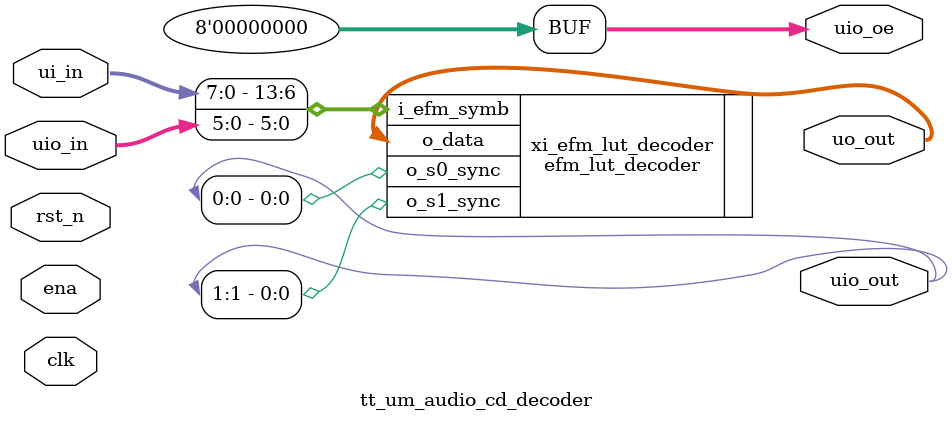
<source format=v>
module tt_um_audio_cd_decoder (
`ifdef USE_POWER_PINS
  input VPWR,
  input VGND,
`endif
  input  wire [7:0] ui_in,   // Dedicated inputs
  output wire [7:0] uo_out,  // Dedicated outputs
  input  wire [7:0] uio_in,  // IOs: Input path
  output wire [7:0] uio_out, // IOs: Output path
  output wire [7:0] uio_oe,  // IOs: Enable path (active high: 0=input, 1=output)
  input  wire       ena,
  input  wire       clk,
  input  wire       rst_n
);

efm_lut_decoder xi_efm_lut_decoder
(
  .i_efm_symb      ({ui_in, uio_in[5:0]}),
  .o_data          (uo_out),
	
  .o_s0_sync      (uio_out[0]),
  .o_s1_sync      (uio_out[1])
);
    
assign uio_oe = 8'h00;

endmodule

</source>
